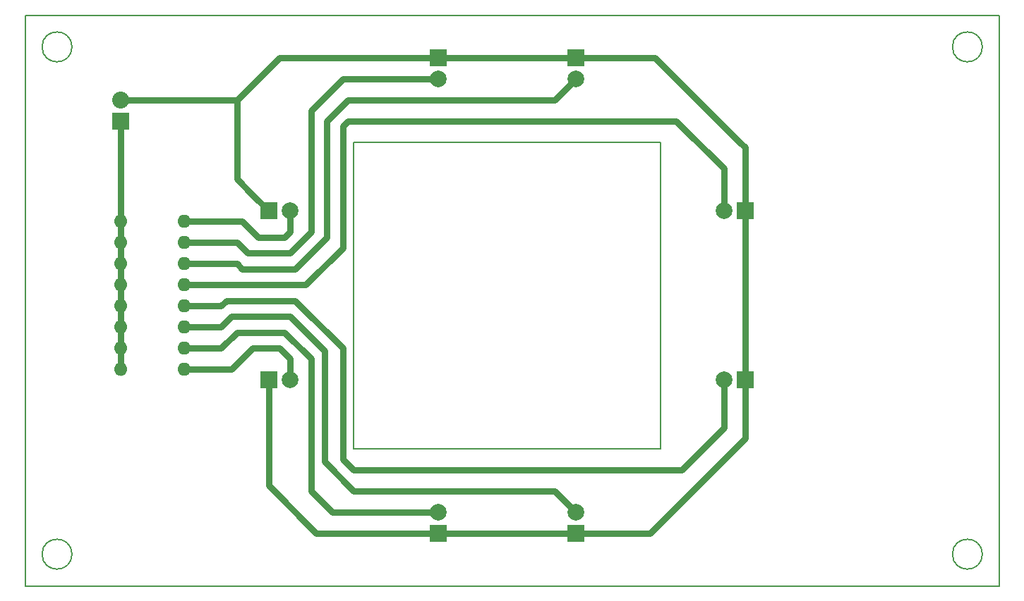
<source format=gbr>
G04 #@! TF.FileFunction,Copper,L2,Bot,Signal*
%FSLAX46Y46*%
G04 Gerber Fmt 4.6, Leading zero omitted, Abs format (unit mm)*
G04 Created by KiCad (PCBNEW 4.0.1-stable) date 2016 February 23, Tuesday 14:46:02*
%MOMM*%
G01*
G04 APERTURE LIST*
%ADD10C,0.100000*%
%ADD11C,0.200000*%
%ADD12R,2.000000X2.000000*%
%ADD13C,2.000000*%
%ADD14O,1.600000X1.600000*%
%ADD15R,2.032000X2.032000*%
%ADD16O,2.032000X2.032000*%
%ADD17C,0.800000*%
%ADD18C,0.250000*%
G04 APERTURE END LIST*
D10*
D11*
X182136051Y-59690000D02*
G75*
G03X182136051Y-59690000I-1796051J0D01*
G01*
X182136051Y-120650000D02*
G75*
G03X182136051Y-120650000I-1796051J0D01*
G01*
X72916051Y-120650000D02*
G75*
G03X72916051Y-120650000I-1796051J0D01*
G01*
X72916051Y-59690000D02*
G75*
G03X72916051Y-59690000I-1796051J0D01*
G01*
X184150000Y-55880000D02*
X67310000Y-55880000D01*
X67310000Y-124460000D02*
X67310000Y-55880000D01*
X184150000Y-124460000D02*
X67310000Y-124460000D01*
X184150000Y-55880000D02*
X184150000Y-124460000D01*
X106680000Y-107950000D02*
X106680000Y-71120000D01*
X143510000Y-107950000D02*
X106680000Y-107950000D01*
X143510000Y-71120000D02*
X143510000Y-107950000D01*
X106680000Y-71120000D02*
X143510000Y-71120000D01*
D12*
X96520000Y-99695000D03*
D13*
X99060000Y-99695000D03*
D12*
X116840000Y-118110000D03*
D13*
X116840000Y-115570000D03*
D12*
X133350000Y-118110000D03*
D13*
X133350000Y-115570000D03*
D12*
X153670000Y-99695000D03*
D13*
X151130000Y-99695000D03*
D12*
X153670000Y-79375000D03*
D13*
X151130000Y-79375000D03*
D12*
X133350000Y-60960000D03*
D13*
X133350000Y-63500000D03*
D12*
X116840000Y-60960000D03*
D13*
X116840000Y-63500000D03*
D12*
X96520000Y-79375000D03*
D13*
X99060000Y-79375000D03*
D14*
X78740000Y-80645000D03*
X78740000Y-83185000D03*
X78740000Y-85725000D03*
X78740000Y-88265000D03*
X78740000Y-90805000D03*
X78740000Y-93345000D03*
X78740000Y-95885000D03*
X78740000Y-98425000D03*
X86360000Y-98425000D03*
X86360000Y-95885000D03*
X86360000Y-93345000D03*
X86360000Y-90805000D03*
X86360000Y-88265000D03*
X86360000Y-85725000D03*
X86360000Y-83185000D03*
X86360000Y-80645000D03*
D15*
X78740000Y-68580000D03*
D16*
X78740000Y-66040000D03*
D17*
X96520000Y-79375000D02*
X94615000Y-77470000D01*
X116840000Y-60960000D02*
X113665000Y-60960000D01*
X92710000Y-75565000D02*
X94615000Y-77470000D01*
X92710000Y-66040000D02*
X92710000Y-75565000D01*
X133350000Y-118110000D02*
X116840000Y-118110000D01*
X116840000Y-118110000D02*
X102235000Y-118110000D01*
X96520000Y-112395000D02*
X96520000Y-99695000D01*
X102235000Y-118110000D02*
X96520000Y-112395000D01*
X153670000Y-79375000D02*
X153670000Y-99695000D01*
X153670000Y-99695000D02*
X153670000Y-106680000D01*
X142240000Y-118110000D02*
X133350000Y-118110000D01*
X153670000Y-106680000D02*
X142240000Y-118110000D01*
X78740000Y-66040000D02*
X92710000Y-66040000D01*
X97790000Y-60960000D02*
X113665000Y-60960000D01*
X113665000Y-60960000D02*
X133350000Y-60960000D01*
X92710000Y-66040000D02*
X97790000Y-60960000D01*
X133350000Y-60960000D02*
X142875000Y-60960000D01*
X142875000Y-60960000D02*
X153035000Y-71120000D01*
X153035000Y-71120000D02*
X153670000Y-71755000D01*
X153670000Y-71755000D02*
X153670000Y-79375000D01*
X86360000Y-98425000D02*
X92075000Y-98425000D01*
X99060000Y-97155000D02*
X99060000Y-99695000D01*
X97790000Y-95885000D02*
X99060000Y-97155000D01*
X94615000Y-95885000D02*
X97790000Y-95885000D01*
X92075000Y-98425000D02*
X94615000Y-95885000D01*
X86360000Y-95885000D02*
X90805000Y-95885000D01*
X104140000Y-115570000D02*
X116840000Y-115570000D01*
X101600000Y-113030000D02*
X104140000Y-115570000D01*
X101600000Y-97155000D02*
X101600000Y-113030000D01*
X98425000Y-93980000D02*
X101600000Y-97155000D01*
X92710000Y-93980000D02*
X98425000Y-93980000D01*
X90805000Y-95885000D02*
X92710000Y-93980000D01*
X86360000Y-93345000D02*
X90805000Y-93345000D01*
X130810000Y-113030000D02*
X133350000Y-115570000D01*
X106680000Y-113030000D02*
X130810000Y-113030000D01*
X103200002Y-109550002D02*
X106680000Y-113030000D01*
X103200002Y-96215002D02*
X103200002Y-109550002D01*
X99060000Y-92075000D02*
X103200002Y-96215002D01*
X92075000Y-92075000D02*
X99060000Y-92075000D01*
X90805000Y-93345000D02*
X92075000Y-92075000D01*
X108585000Y-110490000D02*
X106680000Y-110490000D01*
X90805000Y-90805000D02*
X91440000Y-90170000D01*
X91440000Y-90170000D02*
X99695000Y-90170000D01*
X99695000Y-90170000D02*
X105410000Y-95885000D01*
X105410000Y-95885000D02*
X105410000Y-107315000D01*
X108585000Y-110490000D02*
X146050000Y-110490000D01*
X146050000Y-110490000D02*
X151130000Y-105410000D01*
X151130000Y-99695000D02*
X151130000Y-105410000D01*
X90805000Y-90805000D02*
X86360000Y-90805000D01*
X105410000Y-109220000D02*
X105410000Y-107315000D01*
X106680000Y-110490000D02*
X105410000Y-109220000D01*
X105410000Y-71120000D02*
X105410000Y-69215000D01*
X100965000Y-88265000D02*
X105410000Y-83820000D01*
X105410000Y-83820000D02*
X105410000Y-71120000D01*
X107950000Y-68580000D02*
X145415000Y-68580000D01*
X145415000Y-68580000D02*
X151130000Y-74295000D01*
X151130000Y-79375000D02*
X151130000Y-74295000D01*
X100965000Y-88265000D02*
X86360000Y-88265000D01*
X106045000Y-68580000D02*
X107950000Y-68580000D01*
X105410000Y-69215000D02*
X106045000Y-68580000D01*
X86360000Y-85725000D02*
X92710000Y-85725000D01*
X130810000Y-66040000D02*
X133350000Y-63500000D01*
X106045000Y-66040000D02*
X130810000Y-66040000D01*
X103505000Y-68580000D02*
X106045000Y-66040000D01*
X103505000Y-82550000D02*
X103505000Y-68580000D01*
X99695000Y-86360000D02*
X103505000Y-82550000D01*
X93345000Y-86360000D02*
X99695000Y-86360000D01*
X92710000Y-85725000D02*
X93345000Y-86360000D01*
X86360000Y-83185000D02*
X92710000Y-83185000D01*
X105410000Y-63500000D02*
X116840000Y-63500000D01*
X101600000Y-67310000D02*
X105410000Y-63500000D01*
X101600000Y-81915000D02*
X101600000Y-67310000D01*
X99060000Y-84455000D02*
X101600000Y-81915000D01*
X93980000Y-84455000D02*
X99060000Y-84455000D01*
X92710000Y-83185000D02*
X93980000Y-84455000D01*
X86360000Y-80645000D02*
X93345000Y-80645000D01*
X99060000Y-81915000D02*
X99060000Y-79375000D01*
X98425000Y-82550000D02*
X99060000Y-81915000D01*
X95250000Y-82550000D02*
X98425000Y-82550000D01*
X93345000Y-80645000D02*
X95250000Y-82550000D01*
X78740000Y-68580000D02*
X78740000Y-80645000D01*
X78740000Y-80645000D02*
X78740000Y-83185000D01*
X78740000Y-83185000D02*
X78740000Y-85725000D01*
X78740000Y-85725000D02*
X78740000Y-88265000D01*
X78740000Y-88265000D02*
X78740000Y-90805000D01*
X78740000Y-90805000D02*
X78740000Y-93345000D01*
X78740000Y-93345000D02*
X78740000Y-95885000D01*
X78740000Y-95885000D02*
X78740000Y-98425000D01*
D18*
X78740000Y-96520000D02*
X78740000Y-99060000D01*
M02*

</source>
